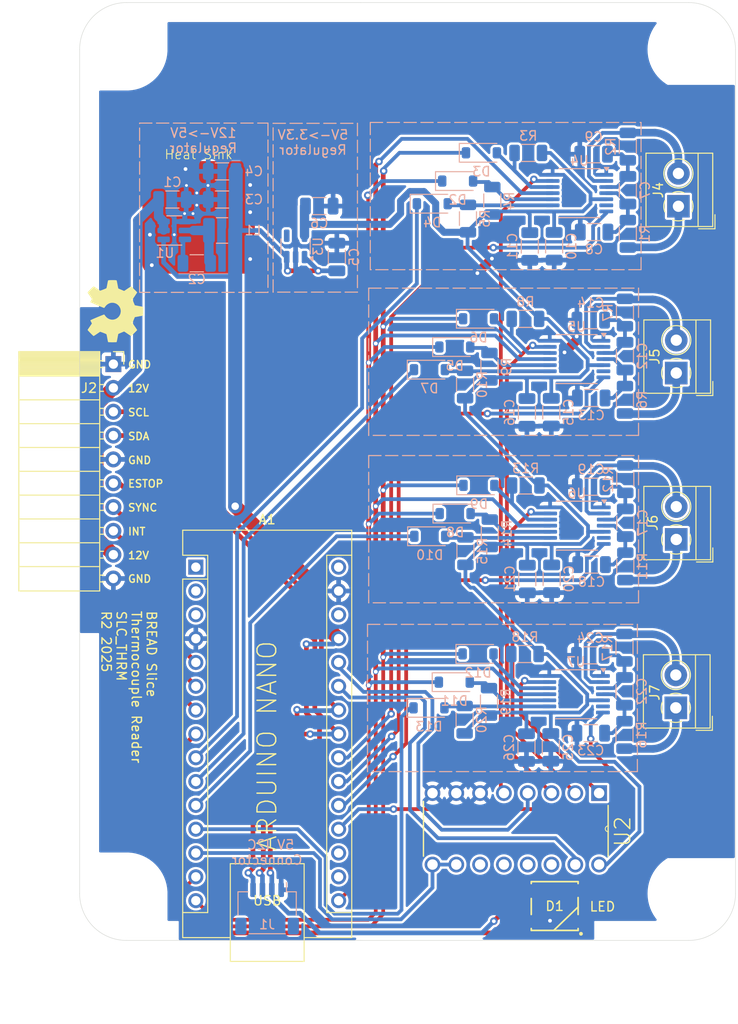
<source format=kicad_pcb>
(kicad_pcb (version 20241229) (generator "pcbnew") (generator_version "9.0")
  (layers (0 "F.Cu" signal) (2 "B.Cu" signal) (13 "F.Paste" user) (15 "B.Paste" user) (5 "F.SilkS" user "F.Silkscreen") (7 "B.SilkS" user "B.Silkscreen") (1 "F.Mask" user) (3 "B.Mask" user) (25 "Edge.Cuts" user))
  (net 0 "")
  (net 3 "GND")
  (net 5 "+5V")
  (net 6 "/LED")
  (net 7 "/I2C_CLK")
  (net 8 "/CS1")
  (net 9 "/I2C_DAT")
  (net 10 "/CS2")
  (net 11 "/SYNC")
  (net 13 "/E_STOP")
  (net 15 "/CS3")
  (net 16 "/CS4")
  (net 17 "/FAULT_SW")
  (net 18 "/DR1")
  (net 20 "+12V")
  (net 21 "/INT")
  (net 22 "/FAULT_B34")
  (net 23 "/SDO")
  (net 24 "/DR2")
  (net 25 "/DR3")
  (net 26 "/FAULT_C12")
  (net 27 "/DR4")
  (net 28 "unconnected-(A1-VIN-Pad30)")
  (net 29 "+3V3")
  (net 30 "Net-(U4-T+)")
  (net 31 "Net-(U4-T-)")
  (net 32 "Net-(U5-T-)")
  (net 33 "Net-(U5-T+)")
  (net 34 "Net-(U6-T+)")
  (net 35 "Net-(U7-T+)")
  (net 36 "Net-(U6-T-)")
  (net 37 "Net-(U7-T-)")
  (net 38 "Net-(D10-A)")
  (net 39 "Net-(D11-A)")
  (net 40 "Net-(D2-A)")
  (net 41 "/SDI")
  (net 42 "/SCK")
  (net 43 "Net-(D12-A)")
  (net 44 "Net-(D5-A)")
  (net 45 "Net-(D6-A)")
  (net 46 "Net-(D13-A)")
  (net 47 "Net-(D7-A)")
  (net 48 "Net-(D9-A)")
  (net 49 "Net-(D4-A)")
  (net 50 "/T1+")
  (net 51 "/T1-")
  (net 52 "/T2+")
  (net 53 "/T2-")
  (net 54 "/T3+")
  (net 55 "/T3-")
  (net 56 "/T4+")
  (net 57 "/T4-")
  (net 59 "/FAULT2")
  (net 61 "/FAULT1")
  (net 63 "/FAULT3")
  (net 67 "/FAULT4")
  (net 71 "Net-(U1-SW)")
  (net 72 "Net-(U1-BST)")
  (net 74 "Net-(D3-A)")
  (net 75 "Net-(D8-A)")
  (footprint "MountingHole:MountingHole_5mm" (layer "F.Cu") (at 127.6 44.8)
    (property "Reference" "H1" (hide yes))
    (property "Value" "MountingHole")
  )
  (footprint "MountingHole:MountingHole_5mm" (layer "F.Cu") (at 187.6 44.8)
    (property "Reference" "H3" (hide yes))
    (property "Value" "MountingHole")
  )
  (footprint "MountingHole:MountingHole_5mm" (layer "F.Cu") (at 127.6 134.8)
    (property "Reference" "H2" (hide yes))
    (property "Value" "MountingHole")
  )
  (footprint "MountingHole:MountingHole_5mm" (layer "F.Cu") (at 187.6 134.8)
    (property "Reference" "H4" (hide yes))
    (property "Value" "MountingHole")
  )
  (footprint "Module:Arduino_Nano" (layer "F.Cu") (at 135 100)
    (property "Reference" "A1")
    (property "Value" "Arduino_Nano_v3.x")
  )
  (footprint "Connector_PinSocket_2.54mm:PinSocket_1x10_P2.54mm_Horizontal" (layer "F.Cu") (at 126.2 78.35)
    (property "Reference" "J2")
    (property "Value" "Conn_01x10_Female")
  )
  (footprint "Symbol:OSHW-Symbol_6.7x6mm_SilkScreen" (layer "F.Cu") (at 126.4 72.7 -90)
    (property "Reference" "Logo1" (hide yes))
    (property "Value" "Logo_Open_Hardware_Small" (hide yes))
  )
  (footprint "TerminalBlock_4Ucon:TerminalBlock_4Ucon_1x02_P3.50mm_Horizontal" (layer "F.Cu") (at 186.50625 61.51875 90)
    (property "Reference" "J4")
    (property "Value" "Conn_01x02")
  )
  (footprint "TerminalBlock_4Ucon:TerminalBlock_4Ucon_1x02_P3.50mm_Horizontal" (layer "F.Cu") (at 186.277719 97.048213 90)
    (property "Reference" "J6")
    (property "Value" "Conn_01x02")
  )
  (footprint "KML-Custom:Thermal Pad" (layer "F.Cu") (at 135.3 62.7)
    (property "Reference" "HS1")
    (property "Value" "Heatsink_Pad")
  )
  (footprint "SparkFun-LED:WS2812-5050-4PIN" (layer "F.Cu") (at 173.3 136.132769)
    (property "Reference" "D1")
    (property "Value" "WS2812B_5050")
  )
  (footprint "" (layer "F.Cu") (at 186.277719 97.048213)
    (property "Reference" "")
    (property "Value" "")
  )
  (footprint "" (layer "F.Cu") (at 186.227719 114.998213)
    (property "Reference" "")
    (property "Value" "")
  )
  (footprint "KML-Custom:DIP254P762X508-16" (layer "F.Cu") (at 160.26 131.71 -90)
    (property "Reference" "U2")
    (property "Value" "CD74HC4053E")
  )
  (footprint "" (layer "F.Cu") (at 186.277719 79.298213)
    (property "Reference" "")
    (property "Value" "")
  )
  (footprint "TerminalBlock_4Ucon:TerminalBlock_4Ucon_1x02_P3.50mm_Horizontal" (layer "F.Cu") (at 186.227719 114.998213 90)
    (property "Reference" "J7")
    (property "Value" "Conn_01x02")
  )
  (footprint "TerminalBlock_4Ucon:TerminalBlock_4Ucon_1x02_P3.50mm_Horizontal" (layer "F.Cu") (at 186.277719 79.298213 90)
    (property "Reference" "J5")
    (property "Value" "Conn_01x02")
  )
  (footprint "Package_SO:TSSOP-14_4.4x5mm_P0.65mm" (layer "B.Cu") (at 175.94375 60.11875 180)
    (property "Reference" "U4")
    (property "Value" "MAX31856")
  )
  (footprint "Capacitor_SMD:C_1206_3216Metric" (layer "B.Cu") (at 180.8375 95.263811 90)
    (property "Reference" "C17")
    (property "Value" "0.1u")
  )
  (footprint "Resistor_SMD:R_1206_3216Metric" (layer "B.Cu") (at 180.8 82.15 90)
    (property "Reference" "R6")
    (property "Value" "100")
  )
  (footprint "Capacitor_SMD:C_1206_3216Metric" (layer "B.Cu") (at 173.244 65.781 90)
    (property "Reference" "C10")
    (property "Value" "0.1u")
  )
  (footprint "Capacitor_SMD:C_1206_3216Metric" (layer "B.Cu") (at 170.28775 119.23725 -90)
    (property "Reference" "C26")
    (property "Value" "0.1u")
  )
  (footprint "Connector_JST:JST_SH_SM04B-SRSS-TB_1x04-1MP_P1.00mm_Horizontal" (layer "B.Cu") (at 142.61 136.4 180)
    (property "Reference" "J1")
    (property "Value" "I2C_01x04")
  )
  (footprint "Capacitor_SMD:C_1206_3216Metric" (layer "B.Cu") (at 180.8 77.5 90)
    (property "Reference" "C12")
    (property "Value" "0.1u")
  )
  (footprint "Resistor_SMD:R_1206_3216Metric" (layer "B.Cu") (at 163.77525 98.288561 90)
    (property "Reference" "R15")
    (property "Value" "10k")
  )
  (footprint "Diode_SMD:D_SOD-123" (layer "B.Cu") (at 159.88275 115)
    (property "Reference" "D13")
    (property "Value" "1N4148W")
  )
  (footprint "Capacitor_SMD:C_1206_3216Metric" (layer "B.Cu") (at 177.2375 99.726311)
    (property "Reference" "C18")
    (property "Value" "0.01u")
  )
  (footprint "Diode_SMD:D_SOD-123" (layer "B.Cu") (at 162.944 58.831)
    (property "Reference" "D2")
    (property "Value" "1N4148W")
  )
  (footprint "Capacitor_SMD:C_1206_3216Metric" (layer "B.Cu") (at 177.15 117.7)
    (property "Reference" "C23")
    (property "Value" "0.01u")
  )
  (footprint "Capacitor_SMD:C_1206_3216Metric" (layer "B.Cu") (at 137.8 60.8)
    (property "Reference" "C3")
    (property "Value" "22uF")
  )
  (footprint "Package_SO:TSSOP-14_4.4x5mm_P0.65mm" (layer "B.Cu") (at 175.5875 113.55 180)
    (property "Reference" "U7")
    (property "Value" "MAX31856")
  )
  (footprint "Resistor_SMD:R_1206_3216Metric" (layer "B.Cu") (at 163.73775 80.52475 90)
    (property "Reference" "R10")
    (property "Value" "10k")
  )
  (footprint "Diode_SMD:D_SOD-123" (layer "B.Cu") (at 162.63775 76.52475)
    (property "Reference" "D5")
    (property "Value" "1N4148W")
  )
  (footprint "Capacitor_SMD:C_1206_3216Metric" (layer "B.Cu") (at 181.10625 59.80625 90)
    (property "Reference" "C7")
    (property "Value" "0.1u")
  )
  (footprint "Resistor_SMD:R_1206_3216Metric" (layer "B.Cu") (at 166.644 60.931 90)
    (property "Reference" "R4")
    (property "Value" "10k")
  )
  (footprint "Diode_SMD:D_SOD-123" (layer "B.Cu") (at 159.97025 96.706061)
    (property "Reference" "D10")
    (property "Value" "1N4148W")
  )
  (footprint "Resistor_SMD:R_1206_3216Metric" (layer "B.Cu") (at 180.75 117.8875 90)
    (property "Reference" "R16")
    (property "Value" "100")
  )
  (footprint "Resistor_SMD:R_1206_3216Metric" (layer "B.Cu") (at 166.33775 78.62475 90)
    (property "Reference" "R9")
    (property "Value" "10k")
  )
  (footprint "Diode_SMD:D_SOD-123" (layer "B.Cu") (at 165.12525 109.24975)
    (property "Reference" "D12")
    (property "Value" "1N4148W")
  )
  (footprint "Capacitor_SMD:C_1206_3216Metric" (layer "B.Cu") (at 177.50625 64.26875)
    (property "Reference" "C8")
    (property "Value" "0.01u")
  )
  (footprint "Capacitor_SMD:C_1206_3216Metric" (layer "B.Cu") (at 137.8 57.8)
    (property "Reference" "C4")
    (property "Value" "22uF")
  )
  (footprint "Capacitor_SMD:C_1206_3216Metric" (layer "B.Cu") (at 170.37525 101.263561 -90)
    (property "Reference" "C21")
    (property "Value" "0.1u")
  )
  (footprint "Diode_SMD:D_SOD-123" (layer "B.Cu") (at 162.67525 94.288561)
    (property "Reference" "D8")
    (property "Value" "1N4148W")
  )
  (footprint "Capacitor_SMD:C_1206_3216Metric" (layer "B.Cu") (at 180.75 113.2375 90)
    (property "Reference" "C22")
    (property "Value" "0.1u")
  )
  (footprint "Resistor_SMD:R_1206_3216Metric" (layer "B.Cu") (at 170.4815 55.831 180)
    (property "Reference" "R3")
    (property "Value" "10k")
  )
  (footprint "Resistor_SMD:R_1206_3216Metric" (layer "B.Cu") (at 180.8375 90.613811 -90)
    (property "Reference" "R12")
    (property "Value" "100")
  )
  (footprint "Resistor_SMD:R_1206_3216Metric" (layer "B.Cu") (at 170.21275 91.288561 180)
    (property "Reference" "R13")
    (property "Value" "10k")
  )
  (footprint "Inductor_SMD:L_1210_3225Metric" (layer "B.Cu") (at 137.8 64.1)
    (property "Reference" "L1")
    (property "Value" "4.7uH")
  )
  (footprint "Capacitor_SMD:C_1206_3216Metric" (layer "B.Cu") (at 172.88775 119.21225 90)
    (property "Reference" "C25")
    (property "Value" "0.1u")
  )
  (footprint "Capacitor_SMD:C_1206_3216Metric" (layer "B.Cu") (at 132.5 60.8 180)
    (property "Reference" "C1")
    (property "Value" "22uF")
  )
  (footprint "Capacitor_SMD:C_1206_3216Metric" (layer "B.Cu") (at 177.15 73.6625 180)
    (property "Reference" "C14")
    (property "Value" "0.01u")
  )
  (footprint "Diode_SMD:D_SOD-123" (layer "B.Cu") (at 159.93275 78.94225)
    (property "Reference" "D7")
    (property "Value" "1N4148W")
  )
  (footprint "Resistor_SMD:R_1206_3216Metric" (layer "B.Cu") (at 164.044 62.831 90)
    (property "Reference" "R5")
    (property "Value" "10k")
  )
  (footprint "Capacitor_SMD:C_1206_3216Metric" (layer "B.Cu") (at 177.2 81.9625)
    (property "Reference" "C13")
    (property "Value" "0.01u")
  )
  (footprint "Resistor_SMD:R_1206_3216Metric" (layer "B.Cu") (at 163.68775 116.26225 90)
    (property "Reference" "R20")
    (property "Value" "10k")
  )
  (footprint "Resistor_SMD:R_1206_3216Metric" (layer "B.Cu") (at 180.8 72.85 -90)
    (property "Reference" "R7")
    (property "Value" "100")
  )
  (footprint "Capacitor_SMD:C_1206_3216Metric" (layer "B.Cu") (at 177.1875 91.426311 180)
    (property "Reference" "C19")
    (property "Value" "0.01u")
  )
  (footprint "Diode_SMD:D_SOD-123" (layer "B.Cu") (at 162.58775 112.26225)
    (property "Reference" "D11")
    (property "Value" "1N4148W")
  )
  (footprint "Resistor_SMD:R_1206_3216Metric" (layer "B.Cu") (at 166.37525 96.388561 90)
    (property "Reference" "R14")
    (property "Value" "10k")
  )
  (footprint "Diode_SMD:D_SOD-123" (layer "B.Cu") (at 165.21275 91.276061)
    (property "Reference" "D9")
    (property "Value" "1N4148W")
  )
  (footprint "Package_TO_SOT_SMD:TSOT-23-6" (layer "B.Cu") (at 132.7 64.1)
    (property "Reference" "U1")
    (property "Value" "~")
  )
  (footprint "Resistor_SMD:R_1206_3216Metric" (layer "B.Cu") (at 181.10625 64.45625 90)
    (property "Reference" "R1")
    (property "Value" "100")
  )
  (footprint "Capacitor_SMD:C_1206_3216Metric" (layer "B.Cu") (at 170.644 65.806 -90)
    (property "Reference" "C11")
    (property "Value" "0.1u")
  )
  (footprint "Capacitor_SMD:C_1206_3216Metric" (layer "B.Cu") (at 177.45625 55.96875 180)
    (property "Reference" "C9")
    (property "Value" "0.01u")
  )
  (footprint "Resistor_SMD:R_1206_3216Metric" (layer "B.Cu") (at 170.17525 73.52475 180)
    (property "Reference" "R8")
    (property "Value" "10k")
  )
  (footprint "Capacitor_SMD:C_1206_3216Metric" (layer "B.Cu") (at 177.1 109.4 180)
    (property "Reference" "C24")
    (property "Value" "0.01u")
  )
  (footprint "Capacitor_SMD:C_1206_3216Metric" (layer "B.Cu") (at 148.175 61.5)
    (property "Reference" "C6")
    (property "Value" "10u")
  )
  (footprint "Resistor_SMD:R_1206_3216Metric" (layer "B.Cu") (at 166.28775 114.36225 90)
    (property "Reference" "R19")
    (property "Value" "10k")
  )
  (footprint "Package_SO:TSSOP-14_4.4x5mm_P0.65mm" (layer "B.Cu") (at 175.6375 77.8125 180)
    (property "Reference" "U5")
    (property "Value" "MAX31856")
  )
  (footprint "Resistor_SMD:R_1206_3216Metric" (layer "B.Cu") (at 170.12525 109.26225 180)
    (property "Reference" "R18")
    (property "Value" "10k")
  )
  (footprint "Capacitor_SMD:C_1206_3216Metric" (layer "B.Cu") (at 150.05 66.925 90)
    (property "Reference" "C5")
    (property "Value" "10u")
  )
  (footprint "Package_SO:TSSOP-14_4.4x5mm_P0.65mm" (layer "B.Cu") (at 175.675 95.576311 180)
    (property "Reference" "U6")
    (property "Value" "MAX31856")
  )
  (footprint "Resistor_SMD:R_1206_3216Metric" (layer "B.Cu") (at 181.10625 55.15625 -90)
    (property "Reference" "R2")
    (property "Value" "100")
  )
  (footprint "Capacitor_SMD:C_1206_3216Metric" (layer "B.Cu") (at 172.97525 101.238561 90)
    (property "Reference" "C20")
    (property "Value" "0.1u")
  )
  (footprint "Capacitor_SMD:C_1206_3216Metric" (layer "B.Cu") (at 135.1 67.6 180)
    (property "Reference" "C2")
    (property "Value" "100nF")
  )
  (footprint "Package_TO_SOT_SMD:SOT-23-5" (layer "B.Cu") (at 145.65 65.8 90)
    (property "Reference" "U3")
    (property "Value" "MIC5225-3.3YM5-TR")
  )
  (footprint "Resistor_SMD:R_1206_3216Metric" (layer "B.Cu") (at 180.75 108.5875 -90)
    (property "Reference" "R17")
    (property "Value" "100")
  )
  (footprint "Capacitor_SMD:C_1206_3216Metric" (layer "B.Cu") (at 172.93775 83.47475 90)
    (property "Reference" "C15")
    (property "Value" "0.1u")
  )
  (footprint "Diode_SMD:D_SOD-123" (layer "B.Cu") (at 160.239 61.2485)
    (property "Reference" "D4")
    (property "Value" "1N4148W")
  )
  (footprint "Resistor_SMD:R_1206_3216Metric" (layer "B.Cu") (at 180.8375 99.913811 90)
    (property "Reference" "R11")
    (property "Value" "100")
  )
  (footprint "Capacitor_SMD:C_1206_3216Metric" (layer "B.Cu") (at 170.33775 83.49975 -90)
    (property "Reference" "C16")
    (property "Value" "0.1u")
  )
  (footprint "Diode_SMD:D_SOD-123" (layer "B.Cu") (at 165.4815 55.8185)
    (property "Reference" "D3")
    (property "Value" "1N4148W")
  )
  (footprint "Diode_SMD:D_SOD-123" (layer "B.Cu") (at 165.17525 73.51225)
    (property "Reference" "D6")
    (property "Value" "1N4148W")
  )
  (gr_rect (start 143.25 52.675) (end 152.25 70.675) (stroke (width 0.12) (type dash)) (fill no) (layer "B.SilkS"))
  (gr_rect (start 153.45 88.1) (end 182.25 103.8) (stroke (width 0.12) (type dash)) (fill no) (layer "B.SilkS"))
  (gr_rect (start 153.45 70.25) (end 182.25 85.95) (stroke (width 0.12) (type dash)) (fill no) (layer "B.SilkS"))
  (gr_rect (start 153.619 52.581) (end 182.519 68.281) (stroke (width 0.12) (type dash)) (fill no) (layer "B.SilkS"))
  (gr_rect (start 153.325 106.1) (end 182.125 121.8) (stroke (width 0.12) (type dash)) (fill no) (layer "B.SilkS"))
  (gr_rect (start 129 52.65) (end 142.7 70.7) (stroke (width 0.12) (type dash)) (fill no) (layer "B.SilkS"))
  (gr_line (start 192.6 44.8) (end 192.6 94.8) (stroke (width 0.05)) (layer "Edge.Cuts"))
  (gr_arc (start 187.6 39.8) (mid 191.135534 41.264466) (end 192.6 44.8) (stroke (width 0.05)) (layer "Edge.Cuts"))
  (gr_arc (start 192.6 134.8) (mid 191.135534 138.335534) (end 187.6 139.8) (stroke (width 0.05)) (layer "Edge.Cuts"))
  (gr_line (start 152.6 39.8) (end 187.6 39.8) (stroke (width 0.05)) (layer "Edge.Cuts"))
  (gr_arc (start 122.6 44.8) (mid 124.064466 41.264466) (end 127.6 39.8) (stroke (width 0.05)) (layer "Edge.Cuts"))
  (gr_line (start 192.6 94.8) (end 192.6 134.8) (stroke (width 0.05)) (layer "Edge.Cuts"))
  (gr_line (start 122.6 134.8) (end 122.6 44.8) (stroke (width 0.05)) (layer "Edge.Cuts"))
  (gr_line (start 127.6 39.8) (end 152.6 39.8) (stroke (width 0.05)) (layer "Edge.Cuts"))
  (gr_arc (start 127.6 139.8) (mid 124.064466 138.335534) (end 122.6 134.8) (stroke (width 0.05)) (layer "Edge.Cuts"))
  (gr_line (start 152.6 139.8) (end 187.6 139.8) (stroke (width 0.05)) (layer "Edge.Cuts"))
  (gr_line (start 127.6 139.8) (end 152.6 139.8) (stroke (width 0.05)) (layer "Edge.Cuts"))
  (gr_text "GND" (at 129 88.6 0) (layer "F.SilkS") (effects (font (size 0.8 0.8))))
  (gr_text "LED" (at 178.4 136.2 0) (layer "F.SilkS") (effects (font (size 1 1))))
  (gr_text "12V" (at 128.885715 98.75 0) (layer "F.SilkS") (effects (font (size 0.8 0.8))))
  (gr_text "SYNC" (at 129.32381 93.65 0) (layer "F.SilkS") (effects (font (size 0.8 0.8))))
  (gr_text "GND" (at 129 101.25 0) (layer "F.SilkS") (effects (font (size 0.8 0.8))))
  (gr_text "BREAD Slice\nThermocouple Reader\nSLC_THRM\nR2 2025" (at 127.85 104.575 270) (layer "F.SilkS") (effects (font (size 1 1)) (justify left)))
  (gr_text "GND" (at 129 78.4 0) (layer "F.SilkS") (effects (font (size 0.8 0.8))))
  (gr_text "ESTOP" (at 129.647619 91.1 0) (layer "F.SilkS") (effects (font (size 0.8 0.8))))
  (gr_text "INT" (at 128.695238 96.2 0) (layer "F.SilkS") (effects (font (size 0.8 0.8))))
  (gr_text "SDA" (at 128.904762 86.05 0) (layer "F.SilkS") (effects (font (size 0.8 0.8))))
  (gr_text "SCL" (at 128.885715 83.5 0) (layer "F.SilkS") (effects (font (size 0.8 0.8))))
  (gr_text "ARDUINO NANO" (at 142.61 119.05 90) (layer "F.SilkS") (effects (font (size 2 2))))
  (gr_text "12V" (at 128.885715 80.95 0) (layer "F.SilkS") (effects (font (size 0.8 0.8))))
  (gr_text "5V I2C \nConnector" (at 142.61 131.8 0) (layer "B.SilkS") (effects (font (size 1 1)) (justify bottom mirror)))
  (gr_text "12V->5V\nRegulator" (at 135.8 55.9 0) (layer "B.SilkS") (effects (font (size 1 1)) (justify bottom mirror)))
  (gr_text "5V->3.3V\nRegulator" (at 147.5 56.1 0) (layer "B.SilkS") (effects (font (size 1 1)) (justify bottom mirror)))
  (segment (start 165.05 68.65) (end 166.6 67.1) (width 1) (layer "F.Cu") (net 3))
  (segment (start 175.65 75.8) (end 174.35 77.1) (width 1) (layer "F.Cu") (net 3))
  (segment (start 172.8 137.7) (end 172.832769 137.732769) (width 0.5) (layer "F.Cu") (net 3))
  (segment (start 172.832769 137.732769) (end 175.877 137.732769) (width 0.5) (layer "F.Cu") (net 3))
  (segment (start 175.65 75.4) (end 175.65 75.8) (width 1) (layer "F.Cu") (net 3))
  (via (at 140.8 62.15) (size 0.8) (drill 0.4) (layers "F.Cu" "B.Cu") (net 3))
  (via (at 174.35 77.1) (size 0.8) (drill 0.4) (layers "F.Cu" "B.Cu") (net 3))
  (via (at 140.8 59.25) (size 0.8) (drill 0.4) (layers "F.Cu" "B.Cu") (net 3))
  (via (at 175.65 75.4) (size 0.8) (drill 0.4) (layers "F.Cu" "B.Cu") (net 3))
  (via (at 134.7 62.3) (size 0.6) (drill 0.3) (layers "F.Cu" "B.Cu") (net 3))
  (via (at 130.3 67.8) (size 0.8) (drill 0.4) (layers "F.Cu" "B.Cu") (net 3))
  (via (at 130.1 64.55) (size 0.8) (drill 0.4) (layers "F.Cu" "B.Cu") (net 3))
  (via (at 135.1 60.1) (size 0.6) (drill 0.3) (layers "F.Cu" "B.Cu") (net 3))
  (via (at 133.8 62.3) (size 0.6) (drill 0.3) (layers "F.Cu" "B.Cu") (net 3))
  (via (at 133.9 57.55) (size 0.8) (drill 0.4) (layers "F.Cu" "B.Cu") (net 3))
  (via (at 172.8 137.7) (size 0.8) (drill 0.4) (layers "F.Cu" "B.Cu") (net 3))
  (via (at 134 59.3) (size 0.6) (drill 0.3) (layers "F.Cu" "B.Cu") (net 3))
  (via (at 165.05 68.65) (size 0.8) (drill 0.4) (layers "F.Cu" "B.Cu") (net 3))
  (via (at 166.6 67.1) (size 0.8) (drill 0.4) (layers "F.Cu" "B.Cu") (net 3))
  (via (at 136.3 59.3) (size 0.6) (drill 0.3) (layers "F.Cu" "B.Cu") (net 3))
  (via (at 132.7 64.55) (size 0.6) (drill 0.3) (layers "F.Cu" "B.Cu") (net 3))
  (via (at 140.8 67.15) (size 0.8) (drill 0.4) (layers "F.Cu" "B.Cu") (net 3))
  (via (at 135.1 61.4) (size 0.6) (drill 0.3) (layers "F.Cu" "B.Cu") (net 3))
  (segment (start 133.975 60.8) (end 135.1 60.8) (width 1) (layer "B.Cu") (net 3))
  (segment (start 135.1 61.4) (end 135.1 61.6) (width 0.5) (layer "B.Cu") (net 3))
  (segment (start 133.8 62.3) (end 132.9 62.3) (width 0.5) (layer "B.Cu") (net 3))
  (segment (start 132.7 62.5) (end 132.7 63.2) (width 0.5) (layer "B.Cu") (net 3))
  (segment (start 133.8 62.3) (end 133.8 63.1125) (width 0.5) (layer "B.Cu") (net 3))
  (segment (start 135.1 61.9) (end 134.7 62.3) (width 0.5) (layer "B.Cu") (net 3))
  (segment (start 132.7 63.2) (end 132.7 64.55) (width 0.5) (layer "B.Cu") (net 3))
  (segment (start 134.95 63.15) (end 135.1 63) (width 0.5) (layer "B.Cu") (net 3))
  (segment (start 134.7 62.3) (end 133.8 62.3) (width 0.5) (layer "B.Cu") (net 3))
  (segment (start 135.1 63) (end 135.1 61.6) (width 0.5) (layer "B.Cu") (net 3))
  (segment (start 135.5 59.3) (end 137.2 59.3) (width 0.5) (layer "B.Cu") (net 3))
  (segment (start 136.3 59.3) (end 135.5 59.3) (width 0.5) (layer "B.Cu") (net 3))
  (segment (start 135.1 60.8) (end 135.1 60.1) (width 0.5) (layer "B.Cu") (net 3))
  (segment (start 135.1 60.8) (end 136.325 60.8) (width 1) (layer "B.Cu") (net 3))
  (segment (start 133.8375 63.15) (end 134.95 63.15) (width 0.5) (layer "B.Cu") (net 3))
  (segment (start 135.1 60.8) (end 135.1 61.4) (width 0.5) (layer "B.Cu") (net 3))
  (segment (start 135.1 61.6) (end 135.1 61.9) (width 0.5) (layer "B.Cu") (net 3))
  (segment (start 132.75 63.15) (end 132.7 63.2) (width 0.5) (layer "B.Cu") (net 3))
  (segment (start 133.8 63.1125) (end 133.8375 63.15) (width 0.5) (layer "B.Cu") (net 3))
  (segment (start 133.8375 63.15) (end 132.75 63.15) (width 0.5) (layer "B.Cu") (net 3))
  (segment (start 132.9 62.3) (end 132.7 62.5) (width 0.5) (layer "B.Cu") (net 3))
  (segment (start 148.2 116.964975) (end 146.8 115.564975) (width 0.5) (layer "F.Cu") (net 5))
  (segment (start 147.9 102.202944) (end 147.9 105.3) (width 1.5) (layer "F.Cu") (net 5))
  (segment (start 142.94855 132.599607) (end 142.94855 123.85145) (width 0.5) (layer "F.Cu") (net 5))
  (segment (start 170.017231 134.532769) (end 170.723 134.532769) (width 0.5) (layer "F.Cu") (net 5))
  (segment (start 146.8 115.564975) (end 146.8 108.2) (width 0.5) (layer "F.Cu") (net 5))
  (segment (start 142.94855 123.85145) (end 148.2 118.6) (width 0.5) (layer "F.Cu") (net 5))
  (segment (start 147.9 105.3) (end 150.22 107.62) (width 1.5) (layer "F.Cu") (net 5))
  (segment (start 166.804337 137.7505) (end 166.804337 137.745663) (width 0.5) (layer "F.Cu") (net 5))
  (segment (start 139.2 93.502944) (end 147.9 102.202944) (width 1.5) (layer "F.Cu") (net 5))
  (segment (start 144.8 68.4) (end 148.0625 68.4) (width 0.5) (layer "F.Cu") (net 5))
  (segment (start 148.2 118.6) (end 148.2 116.964975) (width 0.5) (layer "F.Cu") (net 5))
  (segment (start 150.22 107.62) (end 150.24 107.62) (width 1.5) (layer "F.Cu") (net 5))
  (segment (start 166.804337 137.745663) (end 170.017231 134.532769) (width 0.5) (layer "F.Cu") (net 5))
  (via (at 148.0625 68.4) (size 0.8) (drill 0.4) (layers "F.Cu" "B.Cu") (net 5))
  (via (at 142.94855 132.599607) (size 0.8) (drill 0.4) (layers "F.Cu" "B.Cu") (net 5))
  (via (at 144.8 68.4) (size 0.8) (drill 0.4) (layers "F.Cu" "B.Cu") (net 5))
  (via (at 139.2 93.502944) (size 1.5) (drill 0.8) (layers "F.Cu" "B.Cu") (net 5))
  (via (at 146.8 108.2) (size 0.8) (drill 0.4) (layers "F.Cu" "B.Cu") (net 5))
  (via (at 166.804337 137.7505) (size 0.8) (drill 0.4) (layers "F.Cu" "B.Cu") (net 5))
  (segment (start 146.6 66.9375) (end 148.0625 68.4) (width 0.5) (layer "B.Cu") (net 5))
  (segment (start 146.8 108.2) (end 149.66 108.2) (width 0.5) (layer "B.Cu") (net 5))
  (segment (start 142.94855 132.599607) (end 143.11 132.761057) (width 0.5) (layer "B.Cu") (net 5))
  (segment (start 139.25 60.825) (end 139.25 64.05) (width 1.5) (layer "B.Cu") (net 5))
  (segment (start 144.7 68.3) (end 144.7 66.9375) (width 0.5) (layer "B.Cu") (net 5))
  (segment (start 143.11 134.4) (end 143.11 135.11) (width 0.5) (layer "B.Cu") (net 5))
  (segment (start 150.275 68.4) (end 150.35 68.475) (width 1) (layer "B.Cu") (net 5))
  (segment (start 143.11 132.761057) (end 143.11 134.4) (width 0.5) (layer "B.Cu") (net 5))
  (segment (start 143.11 135.11) (end 144.9 136.9) (width 0.5) (layer "B.Cu") (net 5))
  (segment (start 144.8 68.4) (end 144.7 68.3) (width 0.5) (layer "B.Cu") (net 5))
  (segment (start 139.25 64.05) (end 139.2 64.1) (width 1.5) (layer "B.Cu") (net 5))
  (segment (start 131.5625 67.509378) (end 133.053122 69) (width 0.5) (layer "B.Cu") (net 5))
  (segment (start 131.5625 65.05) (end 131.5625 67.509378) (width 0.5) (layer "B.Cu") (net 5))
  (segment (start 141.8625 64.1) (end 139.2 64.1) (width 0.5) (layer "B.Cu") (net 5))
  (segment (start 165.554837 139) (end 166.804337 137.7505) (width 0.5) (layer "B.Cu") (net 5))
  (segment (start 139.2 69) (end 139.2 64.1) (width 1.5) (layer "B.Cu") (net 5))
  (segment (start 139.25 60.775) (end 139.275 60.8) (width 1.5) (layer "B.Cu") (net 5))
  (segment (start 139.25 57.825) (end 139.25 60.775) (width 1.5) (layer "B.Cu") (net 5))
  (segment (start 146.1 136.9) (end 148.2 139) (width 0.5) (layer "B.Cu") (net 5))
  (segment (start 148.2 139) (end 165.554837 139) (width 0.5) (layer "B.Cu") (net 5))
  (segment (start 133.053122 69) (end 139.2 69) (width 0.5) (layer "B.Cu") (net 5))
  (segment (start 139.275 64.025) (end 139.2 64.1) (width 1) (layer "B.Cu") (net 5))
  (segment (start 139.275 57.8) (end 139.25 57.825) (width 1.5) (layer "B.Cu") (net 5))
  (segment (start 144.9 136.9) (end 146.1 136.9) (width 0.5) (layer "B.Cu") (net 5))
  (segment (start 144.7 66.9375) (end 141.8625 64.1) (width 0.5) (layer "B.Cu") (net 5))
  (segment (start 139.275 60.8) (end 139.25 60.825) (width 1.5) (layer "B.Cu") (net 5))
  (segment (start 139.2 93.502944) (end 139.2 69) (width 1.5) (layer "B.Cu") (net 5))
  (segment (start 148.0625 68.4) (end 150.275 68.4) (width 0.5) (layer "B.Cu") (net 5))
  (segment (start 149.66 108.2) (end 150.24 107.62) (width 0.5) (layer "B.Cu") (net 5))
  (segment (start 174.209769 136.2) (end 175.877 134.532769) (width 0.5) (layer "F.Cu") (net 6))
  (segment (start 132.9 119.88) (end 132.9 136.9) (width 0.5) (layer "F.Cu") (net 6))
  (segment (start 135 117.78) (end 132.9 119.88) (width 0.5) (layer "F.Cu") (net 6))
  (segment (start 132.9 136.9) (end 135 139) (width 0.5) (layer "F.Cu") (net 6))
  (segment (start 169.6 136.2) (end 174.209769 136.2) (width 0.5) (layer "F.Cu") (net 6))
  (segment (start 135 139) (end 166.8 139) (width 0.5) (layer "F.Cu") (net 6))
  (segment (start 166.8 139) (end 169.6 136.2) (width 0.5) (layer "F.Cu") (net 6))
  (segment (start 146.7 102.7) (end 127.43 83.43) (width 0.5) (layer "F.Cu") (net 7))
  (segment (start 145.8 115.9) (end 141.1 120.6) (width 0.5) (layer "F.Cu") (net 7))
  (segment (start 141.1 120.6) (end 141.1 132.1) (width 0.5) (layer "F.Cu") (net 7))
  (segment (start 141.1 132.1) (end 140.6 132.6) (width 0.5) (layer "F.Cu") (net 7))
  (segment (start 145.8 115.2) (end 145.8 115.9) (width 0.5) (layer "F.Cu") (net 7))
  (segment (start 150.24 115.24) (end 148.4 113.4) (width 0.5) (layer "F.Cu") (net 7))
  (segment (start 127.43 83.43) (end 126.2 83.43) (width 0.5) (layer "F.Cu") (net 7))
  (segment (start 148.4 113.4) (end 148.4 107.497056) (width 0.5) (layer "F.Cu") (net 7))
  (segment (start 148.4 107.497056) (end 146.7 105.797056) (width 0.5) (layer "F.Cu") (net 7))
  (segment (start 146.7 105.797056) (end 146.7 102.7) (width 0.5) (layer "F.Cu") (net 7))
  (via (at 140.6 132.6) (size 0.8) (drill 0.4) (layers "F.Cu" "B.Cu") (net 7))
  (via (at 145.8 115.2) (size 0.8) (drill 0.4) (layers "F.Cu" "B.Cu") (net 7))
  (segment (start 145.9 115.3) (end 150.18 115.3) (width 0.5) (layer "B.Cu") (net 7))
  (segment (start 145.8 115.2) (end 145.9 115.3) (width 0.5) (layer "B.Cu") (net 7))
  (segment (start 140.6 132.6) (end 141.11 133.11) (width 0.5) (layer "B.Cu") (net 7))
  (segment (start 150.18 115.3) (end 150.24 115.24) (width 0.5) (layer "B.Cu") (net 7))
  (segment (start 141.11 133.11) (end 141.11 134.4) (width 0.5) (layer "B.Cu") (net 7))
  (segment (start 158.589 69.77105) (end 152.75 75.61005) (width 0.4) (layer "B.Cu") (net 8))
  (segment (start 139.4 96.375) (end 139.4 115.92) (width 0.4) (layer "B.Cu") (net 8))
  (segment (start 139.4 115.92) (end 135 120.32) (width 0.4) (layer "B.Cu") (net 8))
  (segment (start 152.75 75.61005) (end 152.75 83.025) (width 0.4) (layer "B.Cu") (net 8))
  (segment (start 158.589 61.2485) (end 158.589 69.77105) (width 0.4) (layer "B.Cu") (net 8))
  (segment (start 152.75 83.025) (end 139.4 96.375) (width 0.4) (layer "B.Cu") (net 8))
  (segment (start 142.2 122) (end 142.2 132.197956) (width 0.5) (layer "F.Cu") (net 9))
  (segment (start 146 106.087005) (end 146 103) (width 0.5) (layer "F.Cu") (net 9))
  (segment (start 147.7 115.24) (end 147.7 107.787006) (width 0.5) (layer "F.Cu") (net 9))
  (segment (start 146 103) (end 128.97 85.97) (width 0.5) (layer "F.Cu") (net 9))
  (segment (start 147.7 107.787006) (end 146 106.087005) (width 0.5) (layer "F.Cu") (net 9))
  (segment (start 146.4 117.8) (end 142.2 122) (width 0.5) (layer "F.Cu") (net 9))
  (segment (start 128.97 85.97) (end 126.2 85.97) (width 0.5) (layer "F.Cu") (net 9))
  (segment (start 142.2 132.197956) (end 141.793039 132.604917) (width 0.5) (layer "F.Cu") (net 9))
  (segment (start 147.2 117.8) (end 146.4 117.8) (width 0.5) (layer "F.Cu") (net 9))
  (segment (start 150.24 117.78) (end 147.7 115.24) (width 0.5) (layer "F.Cu") (net 9))
  (via (at 147.2 117.8) (size 0.8) (drill 0.4) (layers "F.Cu" "B.Cu") (net 9))
  (via (at 141.793039 132.604917) (size 0.8) (drill 0.4) (layers "F.Cu" "B.Cu") (net 9))
  (segment (start 141.793039 132.604917) (end 142.11 132.921878) (width 0.5) (layer "B.Cu") (net 9))
  (segment (start 150.22 117.8) (end 150.24 117.78) (width 0.5) (layer "B.Cu") (net 9))
  (segment (start 142.11 132.921878) (end 142.11 134.4) (width 0.5) (layer "B.Cu") (net 9))
  (segment (start 147.2 117.8) (end 150.22 117.8) (width 0.5) (layer "B.Cu") (net 9))
  (segment (start 158.28275 78.94225) (end 140.1 97.125) (width 0.4) (layer "B.Cu") (net 10))
  (segment (start 140.1 97.125) (end 140.1 117.76) (width 0.4) (layer "B.Cu") (net 10))
  (segment (start 140.1 117.76) (end 135 122.86) (width 0.4) (layer "B.Cu") (net 10))
  (segment (start 128.4 108.64) (end 135 115.24) (width 0.5) (layer "F.Cu") (net 11))
  (segment (start 128.4 98.33) (end 128.4 108.64) (width 0.5) (layer "F.Cu") (net 11))
  (segment (start 126.2 96.13) (end 128.4 98.33) (width 0.5) (layer "F.Cu") (net 11))
  (segment (start 126.85 91.05) (end 129.8 94) (width 0.5) (layer "F.Cu") (net 13))
  (segment (start 129.8 94) (end 129.8 104.96) (width 0.5) (layer "F.Cu") (net 13))
  (segment (start 126.2 91.05) (end 126.85 91.05) (width 0.5) (layer "F.Cu") (net 13))
  (segment (start 129.8 104.96) (end 135 110.16) (width 0.5) (layer "F.Cu") (net 13))
  (segment (start 140.8 119.6) (end 135 125.4) (width 0.4) (layer "B.Cu") (net 15))
  (segment (start 140.8 105.95) (end 140.8 119.6) (width 0.4) (layer "B.Cu") (net 15))
  (segment (start 150.043939 96.706061) (end 140.8 105.95) (width 0.4) (layer "B.Cu") (net 15))
  (segment (start 158.32025 96.706061) (end 150.043939 96.706061) (width 0.4) (layer "B.Cu") (net 15))
  (segment (start 149.798528 136.95) (end 148.85 136.001472) (width 0.4) (layer "B.Cu") (net 16))
  (segment (start 148.85 136.001472) (end 148.85 130.9) (width 0.4) (layer "B.Cu") (net 16))
  (segment (start 156.95 136.55) (end 156.55 136.95) (width 0.4) (layer "B.Cu") (net 16))
  (segment (start 156.55 136.95) (end 149.798528 136.95) (width 0.4) (layer "B.Cu") (net 16))
  (segment (start 156.95 115.9625) (end 156.95 136.55) (width 0.4) (layer "B.Cu") (net 16))
  (segment (start 158.23275 114.67975) (end 156.95 115.9625) (width 0.4) (layer "B.Cu") (net 16))
  (segment (start 148.85 130.9) (end 145.89 127.94) (width 0.4) (layer "B.Cu") (net 16))
  (segment (start 145.89 127.94) (end 135 127.94) (width 0.4) (layer "B.Cu") (net 16))
  (segment (start 148.25 136.25) (end 149.55 137.55) (width 0.4) (layer "B.Cu") (net 17))
  (segment (start 149.55 137.55) (end 156.9 137.55) (width 0.4) (layer "B.Cu") (net 17))
  (segment (start 160.26 131.71) (end 162.8 131.71) (width 0.4) (layer "B.Cu") (net 17))
  (segment (start 148.25 131.148528) (end 148.25 136.25) (width 0.4) (layer "B.Cu") (net 17))
  (segment (start 156.9 137.55) (end 160.26 134.19) (width 0.4) (layer "B.Cu") (net 17))
  (segment (start 135 130.48) (end 147.581472 130.48) (width 0.4) (layer "B.Cu") (net 17))
  (segment (start 147.581472 130.48) (end 148.25 131.148528) (width 0.4) (layer "B.Cu") (net 17))
  (segment (start 160.26 134.19) (end 160.26 131.71) (width 0.4) (layer "B.Cu") (net 17))
  (segment (start 155.85 73.331) (end 155.85 115.65) (width 0.4) (layer "F.Cu") (net 18))
  (segment (start 166.75 65.931) (end 163.25 65.931) (width 0.4) (layer "F.Cu") (net 18))
  (segment (start 163.25 65.931) (end 155.85 73.331) (width 0.4) (layer "F.Cu") (net 18))
  (via (at 155.85 115.65) (size 0.8) (drill 0.4) (layers "F.Cu" "B.Cu") (net 18))
  (via (at 166.75 65.931) (size 0.8) (drill 0.4) (layers "F.Cu" "B.Cu") (net 18))
  (segment (start 155.85 115.65) (end 151.18 120.32) (width 0.4) (layer "B.Cu") (net 18))
  (segment (start 177.4 65.2) (end 177.4 63.65) (width 0.4) (layer "B.Cu") (net 18))
  (segment (start 151.18 120.32) (end 150.24 120.32) (width 0.4) (layer "B.Cu") (net 18))
  (segment (start 166.75 65.931) (end 176.669 65.931) (width 0.4) (layer "B.Cu") (net 18))
  (segment (start 176.669 65.931) (end 177.4 65.2) (width 0.4) (layer "B.Cu") (net 18))
  (segment (start 177.4 63.65) (end 178.80625 62.24375) (width 0.4) (layer "B.Cu") (net 18))
  (segment (start 178.80625 62.24375) (end 178.80625 62.06875) (width 0.4) (layer "B.Cu") (net 18))
  (segment (start 126.194415 80.89) (end 124.4 82.684415) (width 1.5) (layer "F.Cu") (net 20))
  (segment (start 126.2 80.89) (end 126.194415 80.89) (width 1.5) (layer "F.Cu") (net 20))
  (segment (start 124.4 82.684415) (end 124.4 96.875585) (width 1.5) (layer "F.Cu") (net 20))
  (segment (start 126.2 80.89) (end 126.21 80.9) (width 1) (layer "F.Cu") (net 20))
  (segment (start 124.4 96.875585) (end 126.194415 98.67) (width 1.5) (layer "F.Cu") (net 20))
  (segment (start 126.194415 98.67) (end 126.2 98.67) (width 1.5) (layer "F.Cu") (net 20))
  (segment (start 128.8 78.8) (end 126.71 80.89) (width 1) (layer "B.Cu") (net 20))
  (segment (start 126.71 80.89) (end 126.2 80.89) (width 1) (layer "B.Cu") (net 20))
  (segment (start 131.025 60.8) (end 128.8 63.025) (width 1) (layer "B.Cu") (net 20))
  (segment (start 128.8 63.025) (end 128.8 78.8) (width 1) (layer "B.Cu") (net 20))
  (segment (start 131.025 60.8) (end 131.025 62.6125) (width 1) (layer "B.Cu") (net 20))
  (segment (start 131.5625 63.15) (end 131.5625 64.05) (width 1) (layer "B.Cu") (net 20))
  (segment (start 131.025 62.6125) (end 131.5625 63.15) (width 1) (layer "B.Cu") (net 20))
  (segment (start 129.1 96.49) (end 129.1 106.8) (width 0.5) (layer "F.Cu") (net 21))
  (segment (start 126.2 93.59) (end 129.1 96.49) (width 0.5) (layer "F.Cu") (net 21))
  (segment (start 129.1 106.8) (end 135 112.7) (width 0.5) (layer "F.Cu") (net 21))
  (segment (start 150.24 112.7) (end 151.44 113.9) (width 0.4) (layer "B.Cu") (net 22))
  (segment (start 173.4 128.9) (end 175.5 131) (width 0.4) (layer "B.Cu") (net 22))
  (segment (start 175.5 131) (end 175.5 131.71) (width 0.4) (layer "B.Cu") (net 22))
  (segment (start 159.45 114.35) (end 159.45 117.15) (width 0.4) (layer "B.Cu") (net 22))
  (segment (start 159 113.9) (end 159.45 114.35) (width 0.4) (layer "B.Cu") (net 22))
  (segment (start 160.85 128.9) (end 173.4 128.9) (width 0.4) (layer "B.Cu") (net 22))
  (segment (start 151.44 113.9) (end 159 113.9) (width 0.4) (layer "B.Cu") (net 22))
  (segment (start 157.85 125.9) (end 160.85 128.9) (width 0.4) (layer "B.Cu") (net 22))
  (segment (start 157.85 118.75) (end 157.85 125.9) (width 0.4) (layer "B.Cu") (net 22))
  (segment (start 159.45 117.15) (end 157.85 118.75) (width 0.4) (layer "B.Cu") (net 22))
  (segment (start 153.4 137.6) (end 137.04 137.6) (width 0.4) (layer "F.Cu") (net 23))
  (segment (start 154.2 136.8) (end 153.4 137.6) (width 0.4) (layer "F.Cu") (net 23))
  (segment (start 154.2 57.1) (end 154.2 76.15) (width 0.5) (layer "F.Cu") (net 23))
  (segment (start 154.2 76.15) (end 154.2 93.5) (width 0.5) (layer "F.Cu") (net 23))
  (segment (start 154.2 111.15) (end 154.2 136.8) (width 0.4) (layer "F.Cu") (net 23))
  (segment (start 154.2 111.15) (end 154.2 93.5) (width 0.5) (layer "F.Cu") (net 23))
  (segment (start 137.04 137.6) (end 135 135.56) (width 0.4) (layer "F.Cu") (net 23))
  (segment (start 154.55 56.75) (end 154.2 57.1) (width 0.5) (layer "F.Cu") (net 23))
  (via (at 154.2 93.5) (size 0.6) (drill 0.4) (layers "F.Cu" "B.Cu") (net 23))
  (via (at 154.2 76.15) (size 0.6) (drill 0.4) (layers "F.Cu" "B.Cu") (net 23))
  (via (at 154.2 111.15) (size 0.6) (drill 0.4) (layers "F.Cu" "B.Cu") (net 23))
  (via (at 154.55 56.75) (size 0.8) (drill 0.4) (layers "F.Cu" "B.Cu") (net 23))
  (segment (start 169.513 95.576311) (end 166.686689 92.75) (width 0.4) (layer "B.Cu") (net 23))
  (segment (start 172.775 77.8125) (end 169.4755 77.8125) (width 0.4) (layer "B.Cu") (net 23))
  (segment (start 169.4255 113.55) (end 172.725 113.55) (width 0.4) (layer "B.Cu") (net 23))
  (segment (start 166.963 75.3) (end 155.05 75.3) (width 0.4) (layer "B.Cu") (net 23))
  (segment (start 154.55 56.75) (end 156.969 54.331) (width 0.4) (layer "B.Cu") (net 23))
  (segment (start 154.2 111.15) (end 154.55 110.8) (width 0.4) (layer "B.Cu") (net 23))
  (segment (start 154.95 92.75) (end 154.2 93.5) (width 0.4) (layer "B.Cu") (net 23))
  (segment (start 156.969 54.331) (end 163.994 54.331) (width 0.4) (layer "B.Cu") (net 23))
  (segment (start 172.8125 95.576311) (end 169.513 95.576311) (width 0.4) (layer "B.Cu") (net 23))
  (segment (start 155.05 75.3) (end 154.2 76.15) (width 0.4) (layer "B.Cu") (net 23))
  (segment (start 154.55 110.8) (end 166.6755 110.8) (width 0.4) (layer "B.Cu") (net 23))
  (segment (start 166.6755 110.8) (end 169.4255 113.55) (width 0.4) (layer "B.Cu") (net 23))
  (segment (start 166.686689 92.75) (end 154.95 92.75) (width 0.4) (layer "B.Cu") (net 23))
  (segment (start 163.994 54.331) (end 169.78175 60.11875) (width 0.4) (layer "B.Cu") (net 23))
  (segment (start 169.78175 60.11875) (end 173.08125 60.11875) (width 0.4) (layer "B.Cu") (net 23))
  (segment (start 169.4755 77.8125) (end 166.963 75.3) (width 0.4) (layer "B.Cu") (net 23))
  (segment (start 166.125 83.621689) (end 166.121939 83.62475) (width 0.4) (layer "F.Cu") (net 24))
  (segment (start 156.65 86.37475) (end 156.65 117.3) (width 0.4) (layer "F.Cu") (net 24))
  (segment (start 166.121939 83.62475) (end 159.4 83.62475) (width 0.4) (layer "F.Cu") (net 24))
  (segment (start 156.65 117.3) (end 155.9 118.05) (width 0.4) (layer "F.Cu") (net 24))
  (segment (start 159.4 83.62475) (end 156.65 86.37475) (width 0.4) (layer "F.Cu") (net 24))
  (via (at 155.9 118.05) (size 0.8) (drill 0.4) (layers "F.Cu" "B.Cu") (net 24))
  (via (at 166.125 83.621689) (size 0.8) (drill 0.4) (layers "F.Cu" "B.Cu") (net 24))
  (segment (start 175.966977 83.621689) (end 176.7 82.888666) (width 0.4) (layer "B.Cu") (net 24))
  (segment (start 155.9 118.05) (end 151.09 122.86) (width 0.4) (layer "B.Cu") (net 24))
  (segment (start 151.09 122.86) (end 150.24 122.86) (width 0.4) (layer "B.Cu") (net 24))
  (segment (start 177.03775 81.22475) (end 178.5 79.7625) (width 0.4) (layer "B.Cu") (net 24))
  (segment (start 166.125 83.621689) (end 175.966977 83.621689) (width 0.4) (layer "B.Cu") (net 24))
  (segment (start 176.7 81.22475) (end 177.03775 81.22475) (width 0.4) (layer "B.Cu") (net 24))
  (segment (start 176.7 82.888666) (end 176.7 81.22475) (width 0.4) (layer "B.Cu") (net 24))
  (segment (start 157.45 103.4) (end 157.45 118.8) (width 0.4) (layer "F.Cu") (net 25))
  (segment (start 159.461439 101.388561) (end 157.45 103.4) (width 0.4) (layer "F.Cu") (net 25))
  (segment (start 157.45 118.8) (end 156.05 120.2) (width 0.4) (layer "F.Cu") (net 25))
  (segment (start 165.9 101.388561) (end 159.461439 101.388561) (width 0.4) (layer "F.Cu") (net 25))
  (via (at 165.9 101.388561) (size 0.8) (drill 0.4) (layers "F.Cu" "B.Cu") (net 25))
  (via (at 156.05 120.2) (size 0.8) (drill 0.4) (layers "F.Cu" "B.Cu") (net 25))
  (segment (start 156 120.2) (end 150.8 125.4) (width 0.4) (layer "B.Cu") (net 25))
  (segment (start 156.05 120.2) (end 156 120.2) (width 0.4) (layer "B.Cu") (net 25))
  (segment (start 165.9 101.388561) (end 176.001416 101.388561) (width 0.4) (layer "B.Cu") (net 25))
  (segment (start 176.7375 98.988561) (end 177.07525 98.988561) (width 0.4) (layer "B.Cu") (net 25))
  (segment (start 176.7375 100.652477) (end 176.7375 98.988561) (width 0.4) (layer "B.Cu") (net 25))
  (segment (start 177.07525 98.988561) (end 178.5375 97.526311) (width 0.4) (layer "B.Cu") (net 25))
  (segment (start 150.8 125.4) (end 150.24 125.4) (width 0.4) (layer "B.Cu") (net 25))
  (segment (start 176.001416 101.388561) (end 176.7375 100.652477) (width 0.4) (layer "B.Cu") (net 25))
  (segment (start 168.3 128) (end 161.25 128) (width 0.4) (layer "B.Cu") (net 26))
  (segment (start 170.42 124.09) (end 170.42 125.88) (width 0.4) (layer "B.Cu") (net 26))
  (segment (start 158.75 125.5) (end 158.75 118.76725) (width 0.4) (layer "B.Cu") (net 26))
  (segment (start 150.24 110.64) (end 150.24 110.16) (width 0.4) (layer "B.Cu") (net 26))
  (segment (start 160.25 114.05) (end 159.5 113.3) (width 0.4) (layer "B.Cu") (net 26))
  (segment (start 152.9 113.3) (end 150.24 110.64) (width 0.4) (layer "B.Cu") (net 26))
  (segment (start 161.25 128) (end 158.75 125.5) (width 0.4) (layer "B.Cu") (net 26))
  (segment (start 160.25 117.26725) (end 160.25 114.05) (width 0.4) (layer "B.Cu") (net 26))
  (segment (start 170.42 125.88) (end 168.3 128) (width 0.4) (layer "B.Cu") (net 26))
  (segment (start 158.75 118.76725) (end 160.25 117.26725) (width 0.4) (layer "B.Cu") (net 26))
  (segment (start 159.5 113.3) (end 152.9 113.3) (width 0.4) (layer "B.Cu") (net 26))
  (segment (start 179.9 122.25) (end 177.15 119.5) (width 0.4) (layer "F.Cu") (net 27))
  (segment (start 177.15 119.5) (end 177.15 118.3) (width 0.4) (layer "F.Cu") (net 27))
  (segment (start 156.1 125.8) (end 179.2 125.8) (width 0.4) (layer "F.Cu") (net 27))
  (segment (start 179.2 125.8) (end 179.9 125.1) (width 0.4) (layer "F.Cu") (net 27))
  (segment (start 179.9 125.1) (end 179.9 122.25) (width 0.4) (layer "F.Cu") (net 27))
  (via (at 156.1 125.8) (size 0.8) (drill 0.4) (layers "F.Cu" "B.Cu") (net 27))
  (via (at 177.15 118.3) (size 0.8) (drill 0.4) (layers "F.Cu" "B.Cu") (net 27))
  (segment (start 177.25 116.7) (end 178.45 115.5) (width 0.4) (layer "B.Cu") (net 27))
  (segment (start 152.38 125.8) (end 150.24 127.94) (width 0.4) (layer "B.Cu") (net 27))
  (segment (start 177.15 116.7) (end 177.25 116.7) (width 0.4) (layer "B.Cu") (net 27))
  (segment (start 177.15 118.3) (end 177.15 116.7) (width 0.4) (layer "B.Cu") (net 27))
  (segment (start 156.1 125.8) (end 152.38 125.8) (width 0.4) (layer "B.Cu") (net 27))
  (segment (start 150.257 100.017) (end 150.24 100) (width 1.5) (layer "B.Cu") (net 28))
  (segment (start 170.33775 80.00025) (end 170.1 79.7625) (width 0.4) (layer "B.Cu") (net 29))
  (segment (start 163.73775 83.53775) (end 163.73775 81.98725) (width 0.4) (layer "B.Cu") (net 29))
  (segment (start 171.488561 91.288561) (end 163.73775 83.53775) (width 0.4) (layer "B.Cu") (net 29))
  (segment (start 166.96875 62.06875) (end 166.644 62.3935) (width 0.4) (layer "B.Cu") (net 29))
  (segment (start 170.644 62.3935) (end 170.3315 62.081) (width 0.4) (layer "B.Cu") (net 29))
  (segment (start 176.859878 96.226311) (end 178.5375 96.226311) (width 0.4) (layer "B.Cu") (net 29))
  (segment (start 159.35 59.95) (end 160.6 61.2) (width 0.75) (layer "B.Cu") (net 29))
  (segment (start 172.775 79.7625) (end 176 79.7625) (width 0.4) (layer "B.Cu") (net 29))
  (segment (start 166.6625 79.7625) (end 166.33775 80.08725) (width 0.4) (layer "B.Cu") (net 29))
  (segment (start 176.772378 114.2) (end 178.45 114.2) (width 0.4) (layer "B.Cu") (net 29))
  (segment (start 165.76275 115.51225) (end 163.68775 117.58725) (width 0.4) (layer "B.Cu") (net 29))
  (segment (start 171.63775 73.52475) (end 164 65.887) (width 0.4) (layer "B.Cu") (net 29))
  (segment (start 176.30625 62.06875) (end 177.128628 61.246372) (width 0.4) (layer "B.Cu") (net 29))
  (segment (start 157.85 59.95) (end 159.35 59.95) (width 0.75) (layer "B.Cu") (net 29))
  (segment (start 164 65.887) (end 164 64.3375) (width 0.4) (layer "B.Cu") (net 29))
  (segment (start 172.775 79.7625) (end 166.6625 79.7625) (width 0.4) (layer "B.Cu") (net 29))
  (segment (start 146.6 61.575) (end 146.6 63.45) (width 1) (layer "B.Cu") (net 29))
  (segment (start 171.67525 91.288561) (end 171.488561 91.288561) (width 0.4) (layer "B.Cu") (net 29))
  (segment (start 172.48775 109.26225) (end 176.772378 113.546878) (width 0.4) (layer "B.Cu") (net 29))
  (segment (start 176.859878 96.703933) (end 176.859878 96.226311) (width 0.4) (layer "B.Cu") (net 29))
  (segment (start 171.9875 97.526311) (end 172.8125 97.526311) (width 0.4) (layer "B.Cu") (net 29))
  (segment (start 178.04 131.71) (end 178.84 131.71) (width 0.4) (layer "B.Cu") (net 29))
  (segment (start 171.67525 91.288561) (end 172.57525 91.288561) (width 0.4) (layer "B.Cu") (net 29))
  (segment (start 166.7 97.526311) (end 166.37525 97.851061) (width 0.4) (layer "B.Cu") (net 29))
  (segment (start 177.128628 61.246372) (end 177.128628 60.76875) (width 0.4) (layer "B.Cu") (net 29))
  (segment (start 165.81275 79.77475) (end 163.73775 81.84975) (width 0.4) (layer "B.Cu") (net 29))
  (segment (start 156.85 62.3) (end 156.85 60.95) (width 0.75) (layer "B.Cu") (net 29))
  (segment (start 182.35 123.4) (end 179.7 120.75) (width 0.4) (layer "B.Cu") (net 29))
  (segment (start 166.6125 115.5) (end 166.28775 115.82475) (width 0.4) (layer "B.Cu") (net 29))
  (segment (start 171.58775 109.26225) (end 171.58775 109.11275) (width 0.4) (layer "B.Cu") (net 29))
  (segment (start 156.85 60.95) (end 157.85 59.95) (width 0.75) (layer "B.Cu") (net 29))
  (segment (start 171.944 55.831) (end 172.844 55.831) (width 0.4) (layer "B.Cu") (net 29))
  (segment (start 146.625 61.55) (end 146.6 61.575) (width 1) (layer "B.Cu") (net 29))
  (segment (start 172.88775 117.73725) (end 172.88775 115.66275) (width 0.4) (layer "B.Cu") (net 29))
  (segment (start 172.53775 73.52475) (end 176.822378 77.809378) (width 0.4) (layer "B.Cu") (net 29))
  (segment (start 161.4935 64.2935) (end 164.044 64.2935) (width 0.75) (layer "B.Cu") (net 29))
  (segment (start 177.128628 60.76875) (end 178.80625 60.76875) (width 0.4) (layer "B.Cu") (net 29))
  (segment (start 173.244 62.2315) (end 173.08125 62.06875) (width 0.4) (layer "B.Cu") (net 29))
  (segment (start 172.25625 62.06875) (end 173.08125 62.06875) (width 0.4) (layer "B.Cu") (net 29))
  (segment (start 171.63775 73.52475) (end 172.53775 73.52475) (width 0.4) (layer "B.Cu") (net 29))
  (segment (start 176.822378 78.4625) (end 178.5 78.4625) (width 0.4) (layer "B.Cu") (net 29))
  (segment (start 182.35 128.2) (end 182.35 123.4) (width 0.4) (layer "B.Cu") (net 29))
  (segment (start 179.7 120.75) (end 175.9005 120.75) (width 0.4) (layer "B.Cu") (net 29))
  (segment (start 172.97525 97.689061) (end 172.8125 97.526311) (width 0.4) (layer "B.Cu") (net 29))
  (segment (start 176.772378 114.677622) (end 176.772378 114.2) (width 0.4) (layer "B.Cu") (net 29))
  (segment (start 170.28775 117.76225) (end 170.28775 115.82475) (width 0.4) (layer "B.Cu") (net 29))
  (segment (start 172.725 115.5) (end 175.95 115.5) (width 0.4) (layer "B.Cu") (net 29))
  (segment (start 172.725 115.5) (end 166.6125 115.5) (width 0.4) (layer "B.Cu") (net 29))
  (segment (start 175.9005 120.75) (end 172.88775 117.73725) (width 0.4) (layer "B.Cu") (net 29))
  (segment (start 171.9 115.5) (end 172.725 115.5) (width 0.4) (layer "B.Cu") (net 29))
  (segment (start 176.859878 95.573189) (end 176.859878 96.226311) (width 0.4) (layer "B.Cu") (net 29))
  (segment (start 176 79.7625) (end 176.822378 78.940122) (width 0.4) (layer "B.Cu") (net 29))
  (segment (start 171.95 79.7625) (end 172.775 79.7625) (width 0.4) (layer "B.Cu") (net 29))
  (segment (start 172.57525 91.288561) (end 176.859878 95.573189) (width 0.4) (layer "B.Cu") (net 29))
  (segment (start 173.08125 62.06875) (end 166.96875 62.06875) (width 0.4) (layer "B.Cu") (net 29))
  (segment (start 178.84 131.71) (end 182.35 128.2) (width 0.4) (layer "B.Cu") (net 29))
  (segment (start 171.58775 109.11275) (end 164.663561 102.188561) (width 0.4) (layer "B.Cu") (net 29))
  (segment (start 170.33775 82.02475) (end 170.33775 80.00025) (width 0.4) (layer "B.Cu") (net 29))
  (segment (start 170.644 64.331) (end 170.644 62.3935) (width 0.4) (layer "B.Cu") (net 29))
  (segment (start 164 64.3375) (end 164.044 64.2935) (width 0.4) (layer "B.Cu") (net 29))
  (segment (start 175.95 115.5) (end 176.772378 114.677622) (width 0.4) (layer "B.Cu") (net 29))
  (segment (start 164.663561 102.188561) (end 164.318629 102.188561) (width 0.4) (layer "B.Cu") (net 29))
  (segment (start 172.8125 97.526311) (end 166.7 97.526311) (width 0.4) (layer "B.Cu") (net 29))
  (segment (start 172.93775 81.99975) (end 172.93775 79.92525) (width 0.4) (layer "B.Cu") (net 29))
  (segment (start 165.85025 97.538561) (end 163.77525 99.613561) (width 0.4) (layer "B.Cu") (net 29))
  (segment (start 170.37525 99.788561) (end 170.37525 97.851061) (width 0.4) (layer "B.Cu") (net 29))
  (segment (start 155.7 63.45) (end 156.85 62.3) (width 0.75) (layer "B.Cu") (net 29))
  (segment (start 176.772378 113.546878) (end 176.772378 114.2) (width 0.4) (layer "B.Cu") (net 29))
  (segment (start 170.28775 115.82475) (end 169.97525 115.51225) (width 0.4) (layer "B.Cu") (net 29))
  (segment (start 173.08125 62.06875) (end 176.30625 62.06875) (width 0.4) (layer "B.Cu") (net 29))
  (segment (start 176.822378 78.940122) (end 176.822378 78.4625) (width 0.4) (layer "B.Cu") (net 29))
  (segment (start 164.318629 102.188561) (end 163.77525 101.645182) (width 0.4) (layer "B.Cu") (net 29))
  (segment (start 173.244 64.306) (end 173.244 62.2315) (width 0.4) (layer "B.Cu") (net 29))
  (segment (start 160.6 63.4) (end 161.4935 64.2935) (width 0.75) (layer "B.Cu") (net 29))
  (segment (start 146.6 63.45) (end 155.7 63.45) (width 0.75) (layer "B.Cu") (net 29))
  (segment (start 176.822378 77.809378) (end 176.822378 78.4625) (width 0.4) (layer "B.Cu") (net 29))
  (segment (start 172.88775 115.66275) (end 172.725 115.5) (width 0.4) (layer "B.Cu") (net 29))
  (segment (start 166.119 62.081) (end 164.044 64.156) (width 0.4) (layer "B.Cu") (net 29))
  (segment (start 172.93775 79.92525) (end 172.775 79.7625) (width 0.4) (layer "B.Cu") (net 29))
  (segment (start 146.6 63.45) (end 146.6 64.6625) (width 1) (layer "B.Cu") (net 29))
  (segment (start 172.8125 97.526311) (end 176.0375 97.526311) (width 0.4) (layer "B.Cu") (net 29))
  (segment (start 172.844 55.831) (end 177.128628 60.115628) (width 0.4) (layer "B.Cu") (net 29))
  (segment (start 176.0375 97.526311) (end 176.859878 96.703933) (width 0.4) (layer "B.Cu") (net 29))
  (segment (start 160.6 61.2) (end 160.6 63.4) (width 0.75) (layer "B.Cu") (net 29))
  (segment (start 171.58775 109.26225) (end 172.48775 109.26225) (width 0.4) (layer "B.Cu") (net 29))
  (segment (start 172.97525 99.763561) (end 172.97525 97.689061) (width 0.4) (layer "B.Cu") (net 29))
  (segment (start 163.77525 101.645182) (end 163.77525 99.751061) (width 0.4) (layer "B.Cu") (net 29))
  (segment (start 170.37525 97.851061) (end 170.06275 97.538561) (width 0.4) (layer "B.Cu") (net 29))
  (segment (start 177.128628 60.115628) (end 177.128628 60.76875) (width 0.4) (layer "B.Cu") (net 29))
  (segment (start 181.10625 61.28125) (end 181.10625 62.99375) (width 0.4) (layer "B.Cu") (net 30))
  (segment (start 178.98125 64.26875) (end 179.83125 64.26875) (width 0.4) (layer "B.Cu") (net 30))
  (segment (start 179.83125 64.26875) (end 181.10625 62.99375) (width 0.4) (layer "B.Cu") (net 30))
  (segment (start 179.94375 60.11875) (end 178.80625 60.11875) (width 0.4) (layer "B.Cu") (net 30))
  (segment (start 181.10625 61.28125) (end 179.94375 60.11875) (width 0.4) (layer "B.Cu") (net 30))
  (segment (start 181.10625 58.33125) (end 179.96875 59.46875) (width 0.4) (layer "B.Cu") (net 31))
  (segment (start 178.93125 55.96875) (end 180.45625 55.96875) (width 0.4) (layer "B.Cu") (net 31))
  (segment (start 181.10625 58.33125) (end 181.10625 56.61875) (width 0.4) (layer "B.Cu") (net 31))
  (segment (start 180.45625 55.96875) (end 181.10625 56.61875) (width 0.4) (layer "B.Cu") (net 31))
  (segment (start 179.96875 59.46875) (end 178.80625 59.46875) (width 0.4) (layer "B.Cu") (net 31))
  (segment (start 180.15 73.6625) (end 180.8 74.3125) (width 0.4) (layer "B.Cu") (net 32))
  (segment (start 178.625 73.6625) (end 180.15 73.6625) (width 0.4) (layer "B.Cu") (net 32))
  (segment (start 179.6625 77.1625) (end 178.5 77.1625) (width 0.4) (layer "B.Cu") (net 32))
  (segment (start 180.8 76.025) (end 179.6625 77.1625) (width 0.4) (layer "B.Cu") (net 32))
  (segment (start 180.8 76.025) (end 180.8 74.3125) (width 0.4) (layer "B.Cu") (net 32))
  (segment (start 180.8 78.975) (end 179.6375 77.8125) (width 0.4) (layer "B.Cu") (net 33))
  (segment (start 179.6375 77.8125) (end 178.5 77.8125) (width 0.4) (layer "B.Cu") (net 33))
  (segment (start 180.8 78.975) (end 180.8 80.6875) (width 0.4) (layer "B.Cu") (net 33))
  (segment (start 178.675 81.9625) (end 179.525 81.9625) (width 0.4) (layer "B.Cu") (net 33))
  (segment (start 179.525 81.9625) (end 180.8 80.6875) (width 0.4) (layer "B.Cu") (net 33))
  (segment (start 179.5625 99.726311) (end 180.8375 98.451311) (width 0.4) (layer "B.Cu") (net 34))
  (segment (start 180.8375 96.738811) (end 179.675 95.576311) (width 0.4) (layer "B.Cu") (net 34))
  (segment (start 180.8375 96.738811) (end 180.8375 98.451311) (width 0.4) (layer "B.Cu") (net 34))
  (segment (start 179.675 95.576311) (end 178.5375 95.576311) (width 0.4) (layer "B.Cu") (net 34))
  (segment (start 178.7125 99.726311) (end 179.5625 99.726311) (width 0.4) (layer "B.Cu") (net 34))
  (segment (start 180.75 114.7125) (end 180.75 116.425) (width 0.4) (layer "B.Cu") (net 35))
  (segment (start 179.475 117.7) (end 180.75 116.425) (width 0.4) (layer "B.Cu") (net 35))
  (segment (start 178.625 117.7) (end 179.475 117.7) (width 0.4) (layer "B.Cu") (net 35))
  (segment (start 179.5875 113.55) (end 178.45 113.55) (width 0.4) (layer "B.Cu") (net 35))
  (segment (start 180.75 114.7125) (end 179.5875 113.55) (width 0.4) (layer "B.Cu") (net 35))
  (segment (start 180.1875 91.426311) (end 180.8375 92.076311) (width 0.4) (layer "B.Cu") (net 36))
  (segment (start 180.8375 93.788811) (end 179.7 94.926311) (width 0.4) (layer "B.Cu") (net 36))
  (segment (start 180.8375 93.788811) (end 180.8375 92.076311) (width 0.4) (layer "B.Cu") (net 36))
  (segment (start 179.7 94.926311) (end 178.5375 94.926311) (width 0.4) (layer "B.Cu") (net 36))
  (segment (start 178.6625 91.426311) (end 180.1875 91.426311) (width 0.4) (layer "B.Cu") (net 36))
  (segment (start 180.1 109.4) (end 180.75 110.05) (width 0.4) (layer "B.Cu") (net 37))
  (segment (start 179.6125 112.9) (end 178.45 112.9) (width 0.4) (layer "B.Cu") (net 37))
  (segment (start 180.75 111.7625) (end 180.75 110.05) (width 0.4) (layer "B.Cu") (net 37))
  (segment (start 180.75 111.7625) (end 179.6125 112.9) (width 0.4) (layer "B.Cu") (net 37))
  (segment (start 178.575 109.4) (end 180.1 109.4) (width 0.4) (layer "B.Cu") (net 37))
  (segment (start 161.7905 96.876311) (end 161.62025 96.706061) (width 0.4) (layer "B.Cu") (net 38))
  (segment (start 172.8125 96.876311) (end 161.7905 96.876311) (width 0.4) (layer "B.Cu") (net 38))
  (segment (start 164.33775 112.36225) (end 165.90025 112.36225) (width 0.4) (layer "B.Cu") (net 39))
  (segment (start 167.738 114.2) (end 172.725 114.2) (width 0.4) (layer "B.Cu") (net 39))
  (segment (start 164.23775 112.26225) (end 164.33775 112.36225) (width 0.4) (layer "B.Cu") (net 39))
  (segment (start 165.90025 112.36225) (end 167.738 114.2) (width 0.4) (layer "B.Cu") (net 39))
  (segment (start 164.694 58.931) (end 166.2565 58.931) (width 0.4) (layer "B.Cu") (net 40))
  (segment (start 164.594 58.831) (end 164.694 58.931) (width 0.4) (layer "B.Cu") (net 40))
  (segment (start 166.2565 58.931) (end 168.09425 60.76875) (width 0.4) (layer "B.Cu") (net 40))
  (segment (start 168.09425 60.76875) (end 173.08125 60.76875) (width 0.4) (layer "B.Cu") (net 40))
  (segment (start 155 109.6) (end 155 91.8) (width 0.5) (layer "F.Cu") (net 41))
  (segment (start 135.5 138.3) (end 133.55 136.35) (width 0.4) (layer "F.Cu") (net 41))
  (segment (start 155 91.8) (end 155 74.35) (width 0.5) (layer "F.Cu") (net 41))
  (segment (start 153.68995 138.3) (end 135.5 138.3) (width 0.4) (layer "F.Cu") (net 41))
  (segment (start 155 136.98995) (end 153.68995 138.3) (width 0.4) (layer "F.Cu") (net 41))
  (segment (start 155 109.6) (end 155 136.98995) (width 0.4) (layer "F.Cu") (net 41))
  (segment (start 133.55 134.45) (end 134.98 133.02) (width 0.4) (layer "F.Cu") (net 41))
  (segment (start 134.98 133.02) (end 135 133.02) (width 0.4) (layer "F.Cu") (net 41))
  (segment (start 155 74.35) (end 155 57.802082) (width 0.5) (layer "F.Cu") (net 41))
  (segment (start 133.55 136.35) (end 133.55 134.45) (width 0.4) (layer "F.Cu") (net 41))
  (segment (start 155 57.802082) (end 155.05 57.752082) (width 0.5) (layer "F.Cu") (net 41))
  (via (at 155 74.35) (size 0.6) (drill 0.4) (layers "F.Cu" "B.Cu") (net 41))
  (via (at 155.05 57.752082) (size 0.8) (drill 0.4) (layers "F.Cu" "B.Cu") (net 41))
  (via (at 155 91.8) (size 0.6) (drill 0.4) (layers "F.Cu" "B.Cu") (net 41))
  (via (at 155 109.6) (size 0.6) (drill 0.4) (layers "F.Cu" "B.Cu") (net 41))
  (segment (start 156.7315 55.8185) (end 163.8315 55.8185) (width 0.4) (layer "B.Cu") (net 41))
  (segment (start 155.35025 109.24975) (end 163.47525 109.24975) (width 0.4) (layer "B.Cu") (net 41))
  (segment (start 155.05 57.5) (end 156.7315 55.8185) (width 0.4) (layer "B.Cu") (net 41))
  (segment (start 163.56275 91.276061) (end 155.523939 91.276061) (width 0.4) (layer "B.Cu") (net 41))
  (segment (start 155 109.6) (end 155.35025 109.24975) (width 0.4) (layer "B.Cu") (net 41))
  (segment (start 155.05 57.752082) (end 155.05 57.5) (width 0.4) (layer "B.Cu") (net 41))
  (segment (start 155.83775 73.51225) (end 155 74.35) (width 0.4) (layer "B.Cu") (net 41))
  (segment (start 155.523939 91.276061) (end 155 91.8) (width 0.4) (layer "B.Cu") (net 41))
  (segment (start 163.52525 73.51225) (end 155.83775 73.51225) (width 0.4) (layer "B.Cu") (net 41))
  (segment (start 153.45 78.2) (end 153.45 95.4) (width 0.5) (layer "F.Cu") (net 42))
  (segment (start 153.45 112.6) (end 153.45 132.35) (width 0.4) (layer "F.Cu") (net 42))
  (segment (start 153.45 132.35) (end 150.24 135.56) (width 0.4) (layer "F.Cu") (net 42))
  (segment (start 153.45 60.45) (end 153.45 78.2) (width 0.5) (layer "F.Cu") (net 42))
  (segment (start 153.35 60.35) (end 153.45 60.45) (width 0.5) (layer "F.Cu") (net 42))
  (segment (start 153.45 112.6) (end 153.45 95.4) (width 0.5) (layer "F.Cu") (net 42))
  (via (at 153.35 60.35) (size 0.8) (drill 0.4) (layers "F.Cu" "B.Cu") (net 42))
  (via (at 153.45 78.2) (size 0.6) (drill 0.4) (layers "F.Cu" "B.Cu") (net 42))
  (via (at 153.45 112.6) (size 0.6) (drill 0.4) (layers "F.Cu" "B.Cu") (net 42))
  (via (at 153.45 95.4) (size 0.6) (drill 0.4) (layers "F.Cu" "B.Cu") (net 42))
  (segment (start 161.02525 94.288561) (end 154.561439 94.288561) (width 0.4) (layer "B.Cu") (net 42))
  (segment (start 154.869 58.831) (end 161.294 58.831) (width 0.4) (layer "B.Cu") (net 42))
  (segment (start 160.98775 76.52475) (end 155.12525 76.52475) (width 0.4) (layer "B.Cu") (net 42))
  (segment (start 155.12525 76.52475) (end 153.45 78.2) (width 0.4) (layer "B.Cu") (net 42))
  (segment (start 154.561439 94.288561) (end 153.45 95.4) (width 0.4) (layer "B.Cu") (net 42))
  (segment (start 153.78775 112.26225) (end 160.93775 112.26225) (width 0.4) (layer "B.Cu") (net 42))
  (segment (start 153.35 60.35) (end 154.869 58.831) (width 0.4) (layer "B.Cu") (net 42))
  (segment (start 153.45 112.6) (end 153.78775 112.26225) (width 0.4) (layer "B.Cu") (net 42))
  (segment (start 169.05 112.25) (end 168.66275 111.86275) (width 0.4) (layer "B.Cu") (net 43))
  (segment (start 168.66275 111.86275) (end 168.66275 109.26225) (width 0.4) (layer "B.Cu") (net 43))
  (segment (start 166.77525 109.24975) (end 166.77525 109.97525) (width 0.4) (layer "B.Cu") (net 43))
  (segment (start 169.7 112.9) (end 172.725 112.9) (width 0.4) (layer "B.Cu") (net 43))
  (segment (start 166.77525 109.97525) (end 169.05 112.25) (width 0.4) (layer "B.Cu") (net 43))
  (segment (start 169.05 112.25) (end 169.7 112.9) (width 0.4) (layer "B.Cu") (net 43))
  (segment (start 164.28775 76.52475) (end 164.38775 76.62475) (width 0.4) (layer "B.Cu") (net 44))
  (segment (start 165.95025 76.62475) (end 167.788 78.4625) (width 0.4) (layer "B.Cu") (net 44))
  (segment (start 164.38775 76.62475) (end 165.95025 76.62475) (width 0.4) (layer "B.Cu") (net 44))
  (segment (start 167.788 78.4625) (end 172.775 78.4625) (width 0.4) (layer "B.Cu") (net 44))
  (segment (start 169.394 76.081) (end 168.71275 75.39975) (width 0.4) (layer "B.Cu") (net 45))
  (segment (start 166.82525 73.51225) (end 169.394 76.081) (width 0.4) (layer "B.Cu") (net 45))
  (segment (start 168.71275 75.39975) (end 168.71275 73.52475) (width 0.4) (layer "B.Cu") (net 45))
  (segment (start 170.463 77.15) (end 172.7625 77.15) (width 0.4) (layer "B.Cu") (net 45))
  (segment (start 172.7625 77.15) (end 172.775 77.1625) (width 0.4) (layer "B.Cu") (net 45))
  (segment (start 169.394 76.081) (end 170.463 77.15) (width 0.4) (layer "B.Cu") (net 45))
  (segment (start 161.703 114.85) (end 161.53275 114.67975) (width 0.4) (layer "B.Cu") (net 46))
  (segment (start 172.725 114.85) (end 161.703 114.85) (width 0.4) (layer "B.Cu") (net 46))
  (segment (start 172.775 79.1125) (end 161.753 79.1125) (width 0.4) (layer "B.Cu") (net 47))
  (segment (start 161.753 79.1125) (end 161.58275 78.94225) (width 0.4) (layer "B.Cu") (net 47))
  (segment (start 168.75025 93.20025) (end 168.75025 91.288561) (width 0.4) (layer "B.Cu") (net 48))
  (segment (start 169.0875 93.5375) (end 170.476311 94.926311) (width 0.4) (layer "B.Cu") (net 48))
  (segment (start 169.0875 93.5375) (end 168.75025 93.20025) (width 0.4) (layer "B.Cu") (net 48))
  (segment (start 166.86275 91.31275) (end 169.0875 93.5375) (width 0.4) (layer "B.Cu") (net 48))
  (segment (start 166.86275 91.276061) (end 166.86275 91.31275) (width 0.4) (layer "B.Cu") (net 48))
  (segment (start 170.476311 94.926311) (end 172.8125 94.926311) (width 0.4) (layer "B.Cu") (net 48))
  (segment (start 162.05925 61.41875) (end 161.889 61.2485) (width 0.4) (layer "B.Cu") (net 49))
  (segment (start 173.08125 61.41875) (end 162.05925 61.41875) (width 0.4) (layer "B.Cu") (net 49))
  (segment (start 186.50625 63.4816) (end 186.50625 61.571337) (width 0.8128) (layer "B.Cu") (net 50))
  (segment (start 181.128959 65.896041) (end 184.074575 65.896041) (width 0.8128) (layer "B.Cu") (net 50))
  (segment (start 181.10625 65.91875) (end 181.128959 65.896041) (width 0.8128) (layer "B.Cu") (net 50))
  (segment (start 186.453663 61.571337) (end 186.50625 61.51875) (width 0.8128) (layer "B.Cu") (net 50))
  (arc (start 184.074575 65.896041) (mid 185.747102 65.148807) (end 186.50625 63.4816) (width 0.8128) (layer "B.Cu") (net 50))
  (segment (start 186.58175 57.94325) (end 186.50625 58.01875) (width 0.8128) (layer "B.Cu") (net 51))
  (segment (start 176.95625 58.30625) (end 176.95625 55.14375) (width 0.4) (layer "B.Cu") (net 51))
  (segment (start 178.80625 58.81875) (end 177.46875 58.81875) (width 0.4) (layer "B.Cu") (net 51))
  (segment (start 181.15625 53.69375) (end 181.179463 53.670537) (width 0.8128) (layer "B.Cu") (net 51))
  (segment (start 181.179463 53.670537) (end 183.977599 53.670537) (width 0.8128) (layer "B.Cu") (net 51))
  (segment (start 177.46875 58.81875) (end 176.95625 58.30625) (width 0.4) (layer "B.Cu") (net 51))
  (segment (start 178.40625 53.69375) (end 181.10625 53.69375) (width 0.4) (layer "B.Cu") (net 51))
  (segment (start 176.95625 55.14375) (end 178.40625 53.69375) (width 0.4) (layer "B.Cu") (net 51))
  (segment (start 186.50625 56.34955) (end 186.50625 57.94325) (width 0.8128) (layer "B.Cu") (net 51))
  (arc (start 183.977599 53.670537) (mid 185.774255 54.507601) (end 186.50625 56.34955) (width 0.8128) (layer "B.Cu") (net 51))
  (segment (start 180.900428 83.675504) (end 183.846044 83.675504) (width 0.8128) (layer "B.Cu") (net 52))
  (segment (start 186.277719 81.261063) (end 186.277719 79.3508) (width 0.8128) (layer "B.Cu") (net 52))
  (segment (start 180.8 83.6125) (end 180.822709 83.589791) (width 0.8128) (layer "B.Cu") (net 52))
  (arc (start 183.846044 83.675504) (mid 185.518571 82.92827) (end 186.277719 81.261063) (width 0.8128) (layer "B.Cu") (net 52))
  (segment (start 177.4375 71.3875) (end 180.8 71.3875) (width 0.4) (layer "B.Cu") (net 53))
  (segment (start 178.5 76.5125) (end 177.1625 76.5125) (width 0.4) (layer "B.Cu") (net 53))
  (segment (start 177.1625 76.5125) (end 176.65 76) (width 0.4) (layer "B.Cu") (net 53))
  (segment (start 180.950932 71.45) (end 183.749068 71.45) (width 0.8128) (layer "B.Cu") (net 53))
  (segment (start 180.85 71.3875) (end 180.873213 71.364287) (width 0.8128) (layer "B.Cu") (net 53))
  (segment (start 176.65 76) (end 176.65 72.175) (width 0.4) (layer "B.Cu") (net 53))
  (segment (start 186.277719 74.129013) (end 186.277719 75.722713) (width 0.8128) (layer "B.Cu") (net 53))
  (segment (start 176.65 72.175) (end 177.4375 71.3875) (width 0.4) (layer "B.Cu") (net 53))
  (arc (start 183.749068 71.45) (mid 185.545724 72.287064) (end 186.277719 74.129013) (width 0.8128) (layer "B.Cu") (net 53))
  (segment (start 180.8375 101.376311) (end 180.860209 101.353602) (width 0.8128) (layer "B.Cu") (net 54))
  (segment (start 186.277719 99.011063) (end 186.277719 97.1008) (width 0.8128) (layer "B.Cu") (net 54))
  (segment (start 180.900428 101.425504) (end 183.846044 101.425504) (width 0.8128) (layer "B.Cu") (net 54))
  (arc (start 183.846044 101.425504) (mid 185.518571 100.67827) (end 186.277719 99.011063) (width 0.8128) (layer "B.Cu") (net 54))
  (segment (start 176.7 94) (end 176.7 90.4) (width 0.4) (layer "B.Cu") (net 55))
  (segment (start 180.950932 89.2) (end 183.749068 89.2) (width 0.8128) (layer "B.Cu") (net 55))
  (segment (start 186.277719 91.879013) (end 186.277719 93.472713) (width 0.8128) (layer "B.Cu") (net 55))
  (segment (start 176.976311 94.276311) (end 176.7 94) (width 0.4) (layer "B.Cu") (net 55))
  (segment (start 178.5375 94.276311) (end 176.976311 94.276311) (width 0.4) (layer "B.Cu") (net 55))
  (segment (start 176.7 90.4) (end 177.948689 89.151311) (width 0.4) (layer "B.Cu") (net 55))
  (segment (start 177.948689 89.151311) (end 180.8375 89.151311) (width 0.4) (layer "B.Cu") (net 55))
  (segment (start 180.8875 89.151311) (end 180.910713 89.128098) (width 0.8128) (layer "B.Cu") (net 55))
  (arc (start 183.749068 89.2) (mid 185.545724 90.037064) (end 186.277719 91.879013) (width 0.8128) (layer "B.Cu") (net 55))
  (segment (start 180.75 119.35) (end 180.772709 119.327291) (width 0.8128) (layer "B.Cu") (net 56))
  (segment (start 180.850428 119.375504) (end 183.796044 119.375504) (width 0.8128) (layer "B.Cu") (net 56))
  (segment (start 186.227719 116.961063) (end 186.227719 115.0508) (width 0.8128) (layer "B.Cu") (net 56))
  (arc (start 183.796044 119.375504) (mid 185.468571 118.62827) (end 186.227719 116.961063) (width 0.8128) (layer "B.Cu") (net 56))
  (segment (start 178.45 112.25) (end 177.125 112.25) (width 0.4) (layer "B.Cu") (net 57))
  (segment (start 180.900932 107.15) (end 183.699068 107.15) (width 0.8128) (layer "B.Cu") (net 57))
  (segment (start 176.6 108.15) (end 177.625 107.125) (width 0.4) (layer "B.Cu") (net 57))
  (segment (start 177.625 107.125) (end 180.75 107.125) (width 0.4) (layer "B.Cu") (net 57))
  (segment (start 176.6 111.725) (end 176.6 108.15) (width 0.4) (layer "B.Cu") (net 57))
  (segment (start 177.125 112.25) (end 176.6 111.725) (width 0.4) (layer "B.Cu") (net 57))
  (segment (start 180.8 107.125) (end 180.823213 107.101787) (width 0.8128) (layer "B.Cu") (net 57))
  (segment (start 186.227719 109.829013) (end 186.227719 111.422713) (width 0.8128) (layer "B.Cu") (net 57))
  (arc (start 183.699068 107.15) (mid 185.495724 107.987064) (end 186.227719 109.829013) (width 0.8128) (layer "B.Cu") (net 57))
  (segment (start 170.956872 76.35) (end 170.75 76.35) (width 0.4) (layer "F.Cu") (net 59))
  (segment (start 168.2 78.9) (end 168.2 119.33) (width 0.4) (layer "F.Cu") (net 59))
  (segment (start 168.2 119.33) (end 172.96 124.09) (width 0.4) (layer "F.Cu") (net 59))
  (segment (start 170.75 76.35) (end 168.2 78.9) (width 0.4) (layer "F.Cu") (net 59))
  (via (at 170.956872 76.35) (size 0.8) (drill 0.4) (layers "F.Cu" "B.Cu") (net 59))
  (segment (start 170.956872 76.35) (end 171.119372 76.5125) (width 0.4) (layer "B.Cu") (net 59))
  (segment (start 171.119372 76.5125) (end 172.775 76.5125) (width 0.4) (layer "B.Cu") (net 59))
  (segment (start 167.55 123.76) (end 167.88 124.09) (width 0.4) (layer "F.Cu") (net 61))
  (segment (start 171.075061 58.724939) (end 167.55 62.25) (width 0.4) (layer "F.Cu") (net 61))
  (segment (start 171.075061 58.643689) (end 171.075061 58.724939) (width 0.4) (layer "F.Cu") (net 61))
  (segment (start 167.55 62.25) (end 167.55 123.76) (width 0.4) (layer "F.Cu") (net 61))
  (via (at 171.075061 58.643689) (size 0.8) (drill 0.4) (layers "F.Cu" "B.Cu") (net 61))
  (segment (start 171.250122 58.81875) (end 173.08125 58.81875) (width 0.4) (layer "B.Cu") (net 61))
  (segment (start 171.075061 58.643689) (end 171.250122 58.81875) (width 0.4) (layer "B.Cu") (net 61))
  (segment (start 168.8 96.026311) (end 168.8 117.39) (width 0.4) (layer "F.Cu") (net 63))
  (segment (start 170.728841 94.09747) (end 168.8 96.026311) (width 0.4) (layer "F.Cu") (net 63))
  (segment (start 170.778841 94.09747) (end 170.728841 94.09747) (width 0.4) (layer "F.Cu") (net 63))
  (segment (start 168.8 117.39) (end 175.5 124.09) (width 0.4) (layer "F.Cu") (net 63))
  (via (at 170.778841 94.09747) (size 0.8) (drill 0.4) (layers "F.Cu" "B.Cu") (net 63))
  (segment (start 170.778841 94.09747) (end 170.957682 94.276311) (width 0.4) (layer "B.Cu") (net 63))
  (segment (start 170.957682 94.276311) (end 172.8125 94.276311) (width 0.4) (layer "B.Cu") (net 63))
  (segment (start 170.1 112.1) (end 169.7 112.5) (width 0.4) (layer "F.Cu") (net 67))
  (segment (start 169.7 115.75) (end 178.04 124.09) (width 0.4) (layer "F.Cu") (net 67))
  (segment (start 169.7 112.5) (end 169.7 115.75) (width 0.4) (layer "F.Cu") (net 67))
  (via (at 170.1 112.1) (size 0.8) (drill 0.4) (layers "F.Cu" "B.Cu") (net 67))
  (segment (start 170.25 112.25) (end 170.1 112.1) (width 0.4) (layer "B.Cu") (net 67))
  (segment (start 172.725 112.25) (end 170.25 112.25) (width 0.4) (layer "B.Cu") (net 67))
  (segment (start 136.4 67.425) (end 136.575 67.6) (width 1) (layer "B.Cu") (net 71))
  (segment (start 136.4 64.1) (end 134.756238 64.1) (width 1) (layer "B.Cu") (net 71))
  (segment (start 136.4 64.1) (end 136.4 67.425) (width 1) (layer "B.Cu") (net 71))
  (segment (start 133.625 65.2625) (end 133.8375 65.05) (width 0.5) (layer "B.Cu") (net 72))
  (segment (start 133.625 67.6) (end 133.625 65.2625) (width 0.5) (layer "B.Cu") (net 72))
  (segment (start 169.225 57.925) (end 170.76875 59.46875) (width 0.4) (layer "B.Cu") (net 74))
  (segment (start 167.1315 55.8185) (end 167.1315 55.8315) (width 0.4) (layer "B.Cu") (net 74))
  (segment (start 169.225 57.925) (end 169.019 57.719) (width 0.4) (layer "B.Cu") (net 74))
  (segment (start 169.019 57.719) (end 169.019 55.831) (width 0.4) (layer "B.Cu") (net 74))
  (segment (start 167.1315 55.8315) (end 169.225 57.925) (width 0.4) (layer "B.Cu") (net 74))
  (segment (start 170.76875 59.46875) (end 173.08125 59.46875) (width 0.4) (layer "B.Cu") (net 74))
  (segment (start 164.42525 94.388561) (end 165.98775 94.388561) (width 0.4) (layer "B.Cu") (net 75))
  (segment (start 164.32525 94.288561) (end 164.42525 94.388561) (width 0.4) (layer "B.Cu") (net 75))
  (segment (start 167.8255 96.226311) (end 172.8125 96.226311) (width 0.4) (layer "B.Cu") (net 75))
  (segment (start 165.98775 94.388561) (end 167.8255 96.226311) (width 0.4) (layer "B.Cu") (net 75))
  (zone (net 3) (net_name "GND") (layer "B.Cu") (connect_pads (clearance 0.25)) (min_thickness 0.25) (fill yes (thermal_gap 0.4) (thermal_bridge_width 0.5))
    (polygon (pts (xy 192.6 139.8) (xy 122.6 139.8) (xy 122.6 39.8) (xy 192.6 39.8)))
  )
)
</source>
